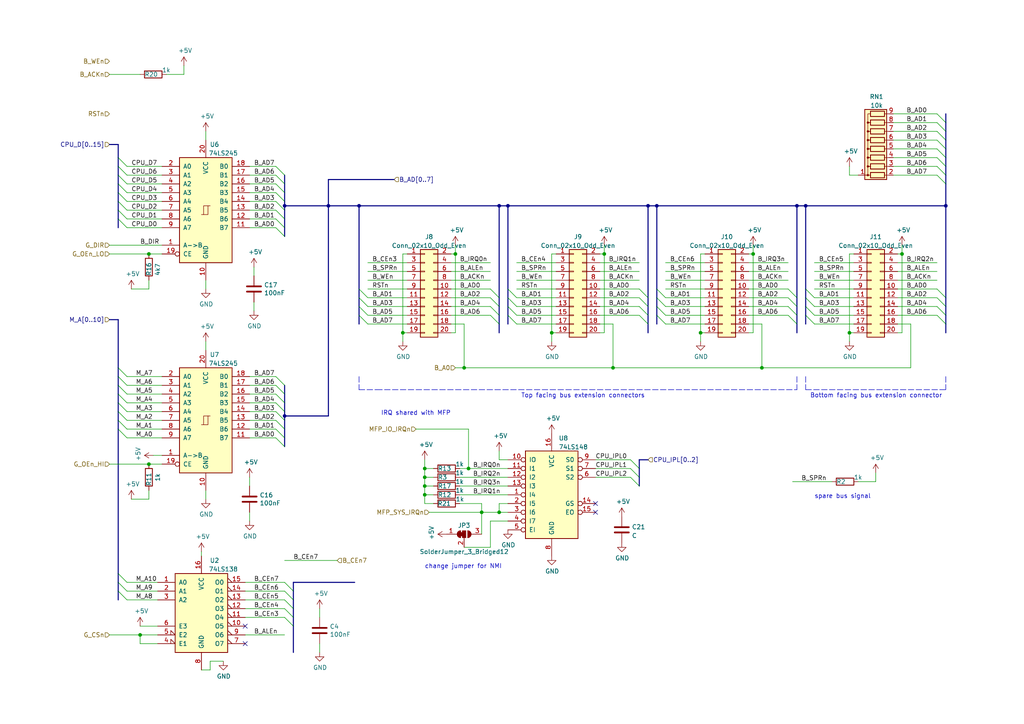
<source format=kicad_sch>
(kicad_sch (version 20211123) (generator eeschema)
  (paper "A4")
  (title_block (company "https://github.com/Lougous/b68k-cpu"))
  (lib_symbols
    (symbol "74xx:74LS138" (pin_names (offset 1.016))
      (property "Reference" "U" (at -7.62 11.43 0))
      (property "Value" "74LS138" (at -7.62 -13.97 0))
      (symbol "74LS138_1_0"
        (pin input line (at -12.7 7.62 0) (length 5.08) (name "A0") (number "1"))
        (pin output output_low (at 12.7 -5.08 180) (length 5.08) (name "O5") (number "10"))
        (pin output output_low (at 12.7 -2.54 180) (length 5.08) (name "O4") (number "11"))
        (pin output output_low (at 12.7 0 180) (length 5.08) (name "O3") (number "12"))
        (pin output output_low (at 12.7 2.54 180) (length 5.08) (name "O2") (number "13"))
        (pin output output_low (at 12.7 5.08 180) (length 5.08) (name "O1") (number "14"))
        (pin output output_low (at 12.7 7.62 180) (length 5.08) (name "O0") (number "15"))
        (pin power_in line (at 0 15.24 270) (length 5.08) (name "VCC") (number "16"))
        (pin input line (at -12.7 5.08 0) (length 5.08) (name "A1") (number "2"))
        (pin input line (at -12.7 2.54 0) (length 5.08) (name "A2") (number "3"))
        (pin input input_low (at -12.7 -10.16 0) (length 5.08) (name "E1") (number "4"))
        (pin input input_low (at -12.7 -7.62 0) (length 5.08) (name "E2") (number "5"))
        (pin input line (at -12.7 -5.08 0) (length 5.08) (name "E3") (number "6"))
        (pin output output_low (at 12.7 -10.16 180) (length 5.08) (name "O7") (number "7"))
        (pin power_in line (at 0 -17.78 90) (length 5.08) (name "GND") (number "8"))
        (pin output output_low (at 12.7 -7.62 180) (length 5.08) (name "O6") (number "9"))
      )
    )
    (symbol "74xx:74LS148" (pin_names (offset 1.016))
      (property "Reference" "U" (at -7.62 13.97 0))
      (property "Value" "74LS148" (at -7.62 -13.97 0))
      (symbol "74LS148_1_0"
        (pin input inverted (at -12.7 0 0) (length 5.08) (name "I4") (number "1"))
        (pin input inverted (at -12.7 10.16 0) (length 5.08) (name "IO") (number "10"))
        (pin input inverted (at -12.7 7.62 0) (length 5.08) (name "I1") (number "11"))
        (pin input inverted (at -12.7 5.08 0) (length 5.08) (name "I2") (number "12"))
        (pin input inverted (at -12.7 2.54 0) (length 5.08) (name "I3") (number "13"))
        (pin output inverted (at 12.7 -2.54 180) (length 5.08) (name "GS") (number "14"))
        (pin output inverted (at 12.7 -5.08 180) (length 5.08) (name "EO") (number "15"))
        (pin power_in line (at 0 17.78 270) (length 5.08) (name "VCC") (number "16"))
        (pin input inverted (at -12.7 -2.54 0) (length 5.08) (name "I5") (number "2"))
        (pin input inverted (at -12.7 -5.08 0) (length 5.08) (name "I6") (number "3"))
        (pin input inverted (at -12.7 -7.62 0) (length 5.08) (name "I7") (number "4"))
        (pin input inverted (at -12.7 -10.16 0) (length 5.08) (name "EI") (number "5"))
        (pin output inverted (at 12.7 5.08 180) (length 5.08) (name "S2") (number "6"))
        (pin output inverted (at 12.7 7.62 180) (length 5.08) (name "S1") (number "7"))
        (pin power_in line (at 0 -17.78 90) (length 5.08) (name "GND") (number "8"))
        (pin output inverted (at 12.7 10.16 180) (length 5.08) (name "S0") (number "9"))
      )
    )
    (symbol "74xx:74LS245" (pin_names (offset 1.016))
      (property "Reference" "U" (at -7.62 16.51 0))
      (property "Value" "74LS245" (at -7.62 -16.51 0))
      (symbol "74LS245_1_0"
        (pin input line (at -12.7 -10.16 0) (length 5.08) (name "A->B") (number "1"))
        (pin power_in line (at 0 -20.32 90) (length 5.08) (name "GND") (number "10"))
        (pin tri_state line (at 12.7 -5.08 180) (length 5.08) (name "B7") (number "11"))
        (pin tri_state line (at 12.7 -2.54 180) (length 5.08) (name "B6") (number "12"))
        (pin tri_state line (at 12.7 0 180) (length 5.08) (name "B5") (number "13"))
        (pin tri_state line (at 12.7 2.54 180) (length 5.08) (name "B4") (number "14"))
        (pin tri_state line (at 12.7 5.08 180) (length 5.08) (name "B3") (number "15"))
        (pin tri_state line (at 12.7 7.62 180) (length 5.08) (name "B2") (number "16"))
        (pin tri_state line (at 12.7 10.16 180) (length 5.08) (name "B1") (number "17"))
        (pin tri_state line (at 12.7 12.7 180) (length 5.08) (name "B0") (number "18"))
        (pin input inverted (at -12.7 -12.7 0) (length 5.08) (name "CE") (number "19"))
        (pin tri_state line (at -12.7 12.7 0) (length 5.08) (name "A0") (number "2"))
        (pin power_in line (at 0 20.32 270) (length 5.08) (name "VCC") (number "20"))
        (pin tri_state line (at -12.7 10.16 0) (length 5.08) (name "A1") (number "3"))
        (pin tri_state line (at -12.7 7.62 0) (length 5.08) (name "A2") (number "4"))
        (pin tri_state line (at -12.7 5.08 0) (length 5.08) (name "A3") (number "5"))
        (pin tri_state line (at -12.7 2.54 0) (length 5.08) (name "A4") (number "6"))
        (pin tri_state line (at -12.7 0 0) (length 5.08) (name "A5") (number "7"))
        (pin tri_state line (at -12.7 -2.54 0) (length 5.08) (name "A6") (number "8"))
        (pin tri_state line (at -12.7 -5.08 0) (length 5.08) (name "A7") (number "9"))
      )
    )
    (symbol "Connector_Generic:Conn_02x10_Odd_Even" (pin_names (offset 1.016) hide)
      (property "Reference" "J" (at 1.27 12.7 0))
      (property "Value" "Conn_02x10_Odd_Even" (at 1.27 -15.24 0))
      (symbol "Conn_02x10_Odd_Even_1_1"
        (pin passive line (at -5.08 10.16 0) (length 3.81) (name "Pin_1") (number "1"))
        (pin passive line (at 7.62 0 180) (length 3.81) (name "Pin_10") (number "10"))
        (pin passive line (at -5.08 -2.54 0) (length 3.81) (name "Pin_11") (number "11"))
        (pin passive line (at 7.62 -2.54 180) (length 3.81) (name "Pin_12") (number "12"))
        (pin passive line (at -5.08 -5.08 0) (length 3.81) (name "Pin_13") (number "13"))
        (pin passive line (at 7.62 -5.08 180) (length 3.81) (name "Pin_14") (number "14"))
        (pin passive line (at -5.08 -7.62 0) (length 3.81) (name "Pin_15") (number "15"))
        (pin passive line (at 7.62 -7.62 180) (length 3.81) (name "Pin_16") (number "16"))
        (pin passive line (at -5.08 -10.16 0) (length 3.81) (name "Pin_17") (number "17"))
        (pin passive line (at 7.62 -10.16 180) (length 3.81) (name "Pin_18") (number "18"))
        (pin passive line (at -5.08 -12.7 0) (length 3.81) (name "Pin_19") (number "19"))
        (pin passive line (at 7.62 10.16 180) (length 3.81) (name "Pin_2") (number "2"))
        (pin passive line (at 7.62 -12.7 180) (length 3.81) (name "Pin_20") (number "20"))
        (pin passive line (at -5.08 7.62 0) (length 3.81) (name "Pin_3") (number "3"))
        (pin passive line (at 7.62 7.62 180) (length 3.81) (name "Pin_4") (number "4"))
        (pin passive line (at -5.08 5.08 0) (length 3.81) (name "Pin_5") (number "5"))
        (pin passive line (at 7.62 5.08 180) (length 3.81) (name "Pin_6") (number "6"))
        (pin passive line (at -5.08 2.54 0) (length 3.81) (name "Pin_7") (number "7"))
        (pin passive line (at 7.62 2.54 180) (length 3.81) (name "Pin_8") (number "8"))
        (pin passive line (at -5.08 0 0) (length 3.81) (name "Pin_9") (number "9"))
      )
    )
    (symbol "Device:C" (pin_numbers hide) (pin_names (offset 0.254))
      (property "Reference" "C" (at 0.635 2.54 0))
      (property "Value" "C" (at 0.635 -2.54 0))
      (symbol "C_1_1"
        (pin passive line (at 0 3.81 270) (length 2.794) (name "~") (number "1"))
        (pin passive line (at 0 -3.81 90) (length 2.794) (name "~") (number "2"))
      )
    )
    (symbol "Device:R" (pin_numbers hide) (pin_names (offset 0))
      (property "Reference" "R" (at 2.032 0 90))
      (property "Value" "R" (at 0 0 90))
      (symbol "R_1_1"
        (pin passive line (at 0 3.81 270) (length 1.27) (name "~") (number "1"))
        (pin passive line (at 0 -3.81 90) (length 1.27) (name "~") (number "2"))
      )
    )
    (symbol "Device:R_Network08" (pin_names (offset 0) hide)
      (property "Reference" "RN" (at -12.7 0 90))
      (property "Value" "R_Network08" (at 10.16 0 90))
      (symbol "R_Network08_1_1"
        (pin passive line (at -10.16 5.08 270) (length 2.54) (name "common") (number "1"))
        (pin passive line (at -10.16 -5.08 90) (length 1.27) (name "R1") (number "2"))
        (pin passive line (at -7.62 -5.08 90) (length 1.27) (name "R2") (number "3"))
        (pin passive line (at -5.08 -5.08 90) (length 1.27) (name "R3") (number "4"))
        (pin passive line (at -2.54 -5.08 90) (length 1.27) (name "R4") (number "5"))
        (pin passive line (at 0 -5.08 90) (length 1.27) (name "R5") (number "6"))
        (pin passive line (at 2.54 -5.08 90) (length 1.27) (name "R6") (number "7"))
        (pin passive line (at 5.08 -5.08 90) (length 1.27) (name "R7") (number "8"))
        (pin passive line (at 7.62 -5.08 90) (length 1.27) (name "R8") (number "9"))
      )
    )
    (symbol "Jumper:SolderJumper_3_Bridged12" (pin_names (offset 0) hide)
      (property "Reference" "JP" (at -2.54 -2.54 0))
      (property "Value" "SolderJumper_3_Bridged12" (at 0 2.794 0))
      (symbol "SolderJumper_3_Bridged12_1_1"
        (pin passive line (at -5.08 0 0) (length 2.54) (name "A") (number "1"))
        (pin passive line (at 0 -3.81 90) (length 2.54) (name "C") (number "2"))
        (pin passive line (at 5.08 0 180) (length 2.54) (name "B") (number "3"))
      )
    )
    (symbol "power:+5V" (power) (pin_names (offset 0))
      (property "Value" "+5V" (at 0 3.556 0))
      (symbol "+5V_1_1"
        (pin power_in line (at 0 0 90) (length 0) hide (name "+5V") (number "1"))
      )
    )
    (symbol "power:GND" (power) (pin_names (offset 0))
      (property "Value" "GND" (at 0 -3.81 0))
      (symbol "GND_1_1"
        (pin power_in line (at 0 0 270) (length 0) hide (name "GND") (number "1"))
      )
    )
  )
  (junction (at 123.19 140.97))
  (junction (at 82.55 59.69))
  (junction (at 160.02 96.52))
  (junction (at 135.89 135.89))
  (junction (at 132.08 73.66))
  (junction (at 177.8 106.68))
  (junction (at 220.98 106.68))
  (junction (at 123.19 135.89))
  (junction (at 123.19 143.51))
  (junction (at 187.96 59.69))
  (junction (at 218.44 73.66))
  (junction (at 246.38 96.52))
  (junction (at 175.26 73.66))
  (junction (at 43.18 73.66))
  (junction (at 233.68 59.69))
  (junction (at 147.32 59.69))
  (junction (at 134.62 106.68))
  (junction (at 40.64 184.15))
  (junction (at 231.14 59.69))
  (junction (at 116.84 96.52))
  (junction (at 261.62 73.66))
  (junction (at 144.78 148.59))
  (junction (at 43.18 134.62))
  (junction (at 144.78 59.69))
  (junction (at 203.2 96.52))
  (junction (at 104.14 59.69))
  (junction (at 82.55 120.65))
  (junction (at 190.5 59.69))
  (junction (at 95.25 59.69))
  (junction (at 123.19 138.43))
  (junction (at 139.7 148.59))
  (junction (at 274.32 59.69))
  (no_connect (at 71.12 181.61))
  (no_connect (at 71.12 186.69))
  (no_connect (at 172.72 148.59))
  (no_connect (at 172.72 146.05))
  (bus_entry (at 34.29 168.91) (size 2.54 2.54))
  (bus_entry (at 228.6 88.9) (size 2.54 2.54))
  (bus_entry (at 233.68 88.9) (size 2.54 2.54))
  (bus_entry (at 185.42 91.44) (size 2.54 2.54))
  (bus_entry (at 34.29 119.38) (size 2.54 2.54))
  (bus_entry (at 271.78 50.8) (size 2.54 2.54))
  (bus_entry (at 233.68 91.44) (size 2.54 2.54))
  (bus_entry (at 80.01 50.8) (size 2.54 2.54))
  (bus_entry (at 80.01 55.88) (size 2.54 2.54))
  (bus_entry (at 34.29 60.96) (size 2.54 2.54))
  (bus_entry (at 80.01 119.38) (size 2.54 2.54))
  (bus_entry (at 190.5 88.9) (size 2.54 2.54))
  (bus_entry (at 34.29 111.76) (size 2.54 2.54))
  (bus_entry (at 34.29 124.46) (size 2.54 2.54))
  (bus_entry (at 34.29 121.92) (size 2.54 2.54))
  (bus_entry (at 147.32 91.44) (size 2.54 2.54))
  (bus_entry (at 82.55 171.45) (size 2.54 2.54))
  (bus_entry (at 271.78 48.26) (size 2.54 2.54))
  (bus_entry (at 182.88 135.89) (size 2.54 2.54))
  (bus_entry (at 271.78 88.9) (size 2.54 2.54))
  (bus_entry (at 34.29 53.34) (size 2.54 2.54))
  (bus_entry (at 80.01 53.34) (size 2.54 2.54))
  (bus_entry (at 34.29 171.45) (size 2.54 2.54))
  (bus_entry (at 82.55 168.91) (size 2.54 2.54))
  (bus_entry (at 34.29 116.84) (size 2.54 2.54))
  (bus_entry (at 82.55 173.99) (size 2.54 2.54))
  (bus_entry (at 271.78 40.64) (size 2.54 2.54))
  (bus_entry (at 80.01 114.3) (size 2.54 2.54))
  (bus_entry (at 80.01 116.84) (size 2.54 2.54))
  (bus_entry (at 185.42 83.82) (size 2.54 2.54))
  (bus_entry (at 142.24 83.82) (size 2.54 2.54))
  (bus_entry (at 190.5 91.44) (size 2.54 2.54))
  (bus_entry (at 233.68 86.36) (size 2.54 2.54))
  (bus_entry (at 104.14 86.36) (size 2.54 2.54))
  (bus_entry (at 80.01 63.5) (size 2.54 2.54))
  (bus_entry (at 147.32 86.36) (size 2.54 2.54))
  (bus_entry (at 34.29 50.8) (size 2.54 2.54))
  (bus_entry (at 34.29 55.88) (size 2.54 2.54))
  (bus_entry (at 142.24 86.36) (size 2.54 2.54))
  (bus_entry (at 34.29 45.72) (size 2.54 2.54))
  (bus_entry (at 80.01 60.96) (size 2.54 2.54))
  (bus_entry (at 104.14 91.44) (size 2.54 2.54))
  (bus_entry (at 190.5 83.82) (size 2.54 2.54))
  (bus_entry (at 271.78 86.36) (size 2.54 2.54))
  (bus_entry (at 80.01 109.22) (size 2.54 2.54))
  (bus_entry (at 271.78 91.44) (size 2.54 2.54))
  (bus_entry (at 34.29 166.37) (size 2.54 2.54))
  (bus_entry (at 185.42 88.9) (size 2.54 2.54))
  (bus_entry (at 271.78 35.56) (size 2.54 2.54))
  (bus_entry (at 233.68 83.82) (size 2.54 2.54))
  (bus_entry (at 182.88 138.43) (size 2.54 2.54))
  (bus_entry (at 182.88 133.35) (size 2.54 2.54))
  (bus_entry (at 80.01 58.42) (size 2.54 2.54))
  (bus_entry (at 147.32 83.82) (size 2.54 2.54))
  (bus_entry (at 190.5 86.36) (size 2.54 2.54))
  (bus_entry (at 228.6 91.44) (size 2.54 2.54))
  (bus_entry (at 80.01 66.04) (size 2.54 2.54))
  (bus_entry (at 228.6 83.82) (size 2.54 2.54))
  (bus_entry (at 80.01 127) (size 2.54 2.54))
  (bus_entry (at 147.32 88.9) (size 2.54 2.54))
  (bus_entry (at 34.29 106.68) (size 2.54 2.54))
  (bus_entry (at 34.29 63.5) (size 2.54 2.54))
  (bus_entry (at 80.01 48.26) (size 2.54 2.54))
  (bus_entry (at 34.29 58.42) (size 2.54 2.54))
  (bus_entry (at 142.24 88.9) (size 2.54 2.54))
  (bus_entry (at 104.14 88.9) (size 2.54 2.54))
  (bus_entry (at 271.78 33.02) (size 2.54 2.54))
  (bus_entry (at 82.55 179.07) (size 2.54 2.54))
  (bus_entry (at 271.78 38.1) (size 2.54 2.54))
  (bus_entry (at 34.29 48.26) (size 2.54 2.54))
  (bus_entry (at 271.78 43.18) (size 2.54 2.54))
  (bus_entry (at 271.78 83.82) (size 2.54 2.54))
  (bus_entry (at 271.78 45.72) (size 2.54 2.54))
  (bus_entry (at 228.6 86.36) (size 2.54 2.54))
  (bus_entry (at 80.01 124.46) (size 2.54 2.54))
  (bus_entry (at 185.42 86.36) (size 2.54 2.54))
  (bus_entry (at 142.24 91.44) (size 2.54 2.54))
  (bus_entry (at 104.14 83.82) (size 2.54 2.54))
  (bus_entry (at 34.29 109.22) (size 2.54 2.54))
  (bus_entry (at 80.01 111.76) (size 2.54 2.54))
  (bus_entry (at 82.55 176.53) (size 2.54 2.54))
  (bus_entry (at 80.01 121.92) (size 2.54 2.54))
  (bus_entry (at 34.29 114.3) (size 2.54 2.54))
  (wire (pts (xy 31.75 71.12) (xy 46.99 71.12)))
  (wire (pts (xy 116.84 73.66) (xy 116.84 96.52)))
  (wire (pts (xy 43.18 144.78) (xy 43.18 142.24)))
  (bus (pts (xy 82.55 111.76) (xy 82.55 114.3)))
  (bus (pts (xy 82.55 59.69) (xy 82.55 60.96)))
  (wire (pts (xy 106.68 81.28) (xy 118.11 81.28)))
  (polyline (pts (xy 231.14 109.22) (xy 231.14 113.03)))
  (wire (pts (xy 135.89 135.89) (xy 147.32 135.89)))
  (wire (pts (xy 149.86 78.74) (xy 161.29 78.74)))
  (bus (pts (xy 147.32 86.36) (xy 147.32 88.9)))
  (wire (pts (xy 217.17 76.2) (xy 228.6 76.2)))
  (wire (pts (xy 36.83 124.46) (xy 46.99 124.46)))
  (bus (pts (xy 104.14 91.44) (xy 104.14 93.98)))
  (wire (pts (xy 254 139.7) (xy 254 137.16)))
  (wire (pts (xy 261.62 73.66) (xy 261.62 71.12)))
  (wire (pts (xy 123.19 135.89) (xy 123.19 138.43)))
  (wire (pts (xy 228.6 88.9) (xy 217.17 88.9)))
  (bus (pts (xy 82.55 58.42) (xy 82.55 59.69)))
  (bus (pts (xy 190.5 86.36) (xy 190.5 88.9)))
  (wire (pts (xy 36.83 111.76) (xy 46.99 111.76)))
  (bus (pts (xy 34.29 92.71) (xy 31.75 92.71)))
  (wire (pts (xy 185.42 88.9) (xy 173.99 88.9)))
  (wire (pts (xy 217.17 96.52) (xy 218.44 96.52)))
  (bus (pts (xy 34.29 41.91) (xy 31.75 41.91)))
  (wire (pts (xy 135.89 135.89) (xy 135.89 124.46)))
  (wire (pts (xy 36.83 66.04) (xy 46.99 66.04)))
  (bus (pts (xy 34.29 109.22) (xy 34.29 111.76)))
  (bus (pts (xy 82.55 114.3) (xy 82.55 116.84)))
  (wire (pts (xy 48.26 21.59) (xy 53.34 21.59)))
  (wire (pts (xy 72.39 148.59) (xy 72.39 151.13)))
  (wire (pts (xy 106.68 88.9) (xy 118.11 88.9)))
  (wire (pts (xy 133.35 143.51) (xy 147.32 143.51)))
  (wire (pts (xy 259.08 38.1) (xy 271.78 38.1)))
  (wire (pts (xy 123.19 138.43) (xy 125.73 138.43)))
  (wire (pts (xy 59.69 40.64) (xy 59.69 38.1)))
  (bus (pts (xy 95.25 59.69) (xy 95.25 120.65)))
  (wire (pts (xy 271.78 91.44) (xy 260.35 91.44)))
  (wire (pts (xy 123.19 133.35) (xy 123.19 135.89)))
  (wire (pts (xy 193.04 86.36) (xy 204.47 86.36)))
  (bus (pts (xy 187.96 86.36) (xy 187.96 88.9)))
  (bus (pts (xy 34.29 116.84) (xy 34.29 119.38)))
  (wire (pts (xy 246.38 48.26) (xy 246.38 50.8)))
  (wire (pts (xy 246.38 73.66) (xy 246.38 96.52)))
  (bus (pts (xy 185.42 135.89) (xy 185.42 138.43)))
  (bus (pts (xy 231.14 59.69) (xy 233.68 59.69)))
  (bus (pts (xy 144.78 59.69) (xy 144.78 86.36)))
  (wire (pts (xy 36.83 63.5) (xy 46.99 63.5)))
  (wire (pts (xy 130.81 96.52) (xy 132.08 96.52)))
  (wire (pts (xy 203.2 73.66) (xy 204.47 73.66)))
  (bus (pts (xy 104.14 59.69) (xy 104.14 83.82)))
  (wire (pts (xy 72.39 50.8) (xy 80.01 50.8)))
  (wire (pts (xy 38.1 83.82) (xy 43.18 83.82)))
  (wire (pts (xy 236.22 83.82) (xy 247.65 83.82)))
  (wire (pts (xy 172.72 135.89) (xy 182.88 135.89)))
  (bus (pts (xy 233.68 88.9) (xy 233.68 91.44)))
  (bus (pts (xy 274.32 91.44) (xy 274.32 93.98)))
  (wire (pts (xy 185.42 91.44) (xy 173.99 91.44)))
  (wire (pts (xy 261.62 73.66) (xy 260.35 73.66)))
  (wire (pts (xy 217.17 93.98) (xy 220.98 93.98)))
  (bus (pts (xy 34.29 124.46) (xy 34.29 166.37)))
  (wire (pts (xy 43.18 73.66) (xy 46.99 73.66)))
  (bus (pts (xy 233.68 83.82) (xy 233.68 86.36)))
  (wire (pts (xy 193.04 93.98) (xy 204.47 93.98)))
  (wire (pts (xy 139.7 148.59) (xy 139.7 146.05)))
  (wire (pts (xy 132.08 73.66) (xy 132.08 96.52)))
  (bus (pts (xy 274.32 48.26) (xy 274.32 50.8)))
  (bus (pts (xy 187.96 59.69) (xy 187.96 86.36)))
  (wire (pts (xy 82.55 173.99) (xy 71.12 173.99)))
  (bus (pts (xy 233.68 59.69) (xy 233.68 83.82)))
  (bus (pts (xy 82.55 66.04) (xy 82.55 68.58)))
  (bus (pts (xy 274.32 86.36) (xy 274.32 88.9)))
  (wire (pts (xy 149.86 76.2) (xy 161.29 76.2)))
  (bus (pts (xy 274.32 59.69) (xy 274.32 86.36)))
  (wire (pts (xy 144.78 146.05) (xy 147.32 146.05)))
  (wire (pts (xy 82.55 168.91) (xy 71.12 168.91)))
  (bus (pts (xy 231.14 88.9) (xy 231.14 91.44)))
  (wire (pts (xy 124.46 148.59) (xy 139.7 148.59)))
  (wire (pts (xy 59.69 83.82) (xy 59.69 81.28)))
  (bus (pts (xy 34.29 171.45) (xy 34.29 173.99)))
  (wire (pts (xy 149.86 88.9) (xy 161.29 88.9)))
  (wire (pts (xy 218.44 73.66) (xy 218.44 71.12)))
  (bus (pts (xy 231.14 59.69) (xy 231.14 86.36)))
  (bus (pts (xy 34.29 41.91) (xy 34.29 45.72)))
  (wire (pts (xy 177.8 106.68) (xy 177.8 93.98)))
  (wire (pts (xy 60.96 191.77) (xy 64.77 191.77)))
  (wire (pts (xy 72.39 48.26) (xy 80.01 48.26)))
  (wire (pts (xy 92.71 179.07) (xy 92.71 176.53)))
  (wire (pts (xy 271.78 78.74) (xy 260.35 78.74)))
  (bus (pts (xy 82.55 116.84) (xy 82.55 119.38)))
  (wire (pts (xy 144.78 148.59) (xy 147.32 148.59)))
  (bus (pts (xy 233.68 91.44) (xy 233.68 93.98)))
  (bus (pts (xy 34.29 60.96) (xy 34.29 63.5)))
  (wire (pts (xy 218.44 96.52) (xy 218.44 73.66)))
  (wire (pts (xy 193.04 91.44) (xy 204.47 91.44)))
  (wire (pts (xy 36.83 173.99) (xy 45.72 173.99)))
  (wire (pts (xy 72.39 58.42) (xy 80.01 58.42)))
  (wire (pts (xy 142.24 151.13) (xy 142.24 158.75)))
  (wire (pts (xy 36.83 127) (xy 46.99 127)))
  (wire (pts (xy 130.81 81.28) (xy 142.24 81.28)))
  (wire (pts (xy 31.75 184.15) (xy 40.64 184.15)))
  (wire (pts (xy 185.42 86.36) (xy 173.99 86.36)))
  (wire (pts (xy 160.02 96.52) (xy 160.02 99.06)))
  (wire (pts (xy 36.83 116.84) (xy 46.99 116.84)))
  (bus (pts (xy 104.14 88.9) (xy 104.14 91.44)))
  (bus (pts (xy 144.78 88.9) (xy 144.78 91.44)))
  (wire (pts (xy 236.22 91.44) (xy 247.65 91.44)))
  (wire (pts (xy 135.89 124.46) (xy 120.65 124.46)))
  (bus (pts (xy 85.09 168.91) (xy 85.09 171.45)))
  (bus (pts (xy 95.25 52.07) (xy 95.25 59.69)))
  (wire (pts (xy 72.39 63.5) (xy 80.01 63.5)))
  (polyline (pts (xy 104.14 113.03) (xy 109.22 113.03)))
  (wire (pts (xy 177.8 93.98) (xy 173.99 93.98)))
  (polyline (pts (xy 233.68 109.22) (xy 233.68 113.03)))
  (wire (pts (xy 130.81 93.98) (xy 134.62 93.98)))
  (wire (pts (xy 106.68 78.74) (xy 118.11 78.74)))
  (wire (pts (xy 248.92 139.7) (xy 254 139.7)))
  (wire (pts (xy 217.17 83.82) (xy 228.6 83.82)))
  (wire (pts (xy 72.39 119.38) (xy 80.01 119.38)))
  (wire (pts (xy 59.69 101.6) (xy 59.69 99.06)))
  (bus (pts (xy 95.25 59.69) (xy 104.14 59.69)))
  (wire (pts (xy 236.22 93.98) (xy 247.65 93.98)))
  (bus (pts (xy 85.09 181.61) (xy 85.09 189.23)))
  (wire (pts (xy 149.86 86.36) (xy 161.29 86.36)))
  (bus (pts (xy 274.32 35.56) (xy 274.32 38.1)))
  (bus (pts (xy 85.09 168.91) (xy 102.87 168.91)))
  (bus (pts (xy 147.32 59.69) (xy 147.32 83.82)))
  (wire (pts (xy 271.78 88.9) (xy 260.35 88.9)))
  (bus (pts (xy 274.32 43.18) (xy 274.32 45.72)))
  (bus (pts (xy 190.5 88.9) (xy 190.5 91.44)))
  (polyline (pts (xy 274.32 109.22) (xy 274.32 113.03)))
  (wire (pts (xy 36.83 121.92) (xy 46.99 121.92)))
  (wire (pts (xy 220.98 106.68) (xy 177.8 106.68)))
  (bus (pts (xy 274.32 53.34) (xy 274.32 59.69)))
  (wire (pts (xy 236.22 76.2) (xy 247.65 76.2)))
  (wire (pts (xy 123.19 140.97) (xy 123.19 143.51)))
  (bus (pts (xy 190.5 59.69) (xy 231.14 59.69)))
  (wire (pts (xy 132.08 73.66) (xy 132.08 71.12)))
  (wire (pts (xy 71.12 179.07) (xy 82.55 179.07)))
  (wire (pts (xy 125.73 146.05) (xy 123.19 146.05)))
  (wire (pts (xy 36.83 114.3) (xy 46.99 114.3)))
  (wire (pts (xy 58.42 160.02) (xy 58.42 161.29)))
  (wire (pts (xy 271.78 86.36) (xy 260.35 86.36)))
  (wire (pts (xy 36.83 58.42) (xy 46.99 58.42)))
  (wire (pts (xy 73.66 87.63) (xy 73.66 90.17)))
  (wire (pts (xy 72.39 111.76) (xy 80.01 111.76)))
  (wire (pts (xy 40.64 184.15) (xy 45.72 184.15)))
  (wire (pts (xy 193.04 88.9) (xy 204.47 88.9)))
  (bus (pts (xy 274.32 38.1) (xy 274.32 40.64)))
  (wire (pts (xy 58.42 194.31) (xy 60.96 194.31)))
  (wire (pts (xy 203.2 73.66) (xy 203.2 96.52)))
  (bus (pts (xy 274.32 40.64) (xy 274.32 43.18)))
  (wire (pts (xy 36.83 60.96) (xy 46.99 60.96)))
  (wire (pts (xy 130.81 88.9) (xy 142.24 88.9)))
  (bus (pts (xy 82.55 120.65) (xy 82.55 121.92)))
  (wire (pts (xy 149.86 81.28) (xy 161.29 81.28)))
  (wire (pts (xy 228.6 81.28) (xy 217.17 81.28)))
  (wire (pts (xy 123.19 143.51) (xy 123.19 146.05)))
  (wire (pts (xy 246.38 73.66) (xy 247.65 73.66)))
  (wire (pts (xy 43.18 83.82) (xy 43.18 81.28)))
  (wire (pts (xy 149.86 83.82) (xy 161.29 83.82)))
  (bus (pts (xy 274.32 93.98) (xy 274.32 96.52)))
  (bus (pts (xy 187.96 133.35) (xy 185.42 133.35)))
  (wire (pts (xy 36.83 171.45) (xy 45.72 171.45)))
  (polyline (pts (xy 109.22 113.03) (xy 231.14 113.03)))
  (wire (pts (xy 229.87 139.7) (xy 241.3 139.7)))
  (wire (pts (xy 173.99 76.2) (xy 185.42 76.2)))
  (wire (pts (xy 82.55 171.45) (xy 71.12 171.45)))
  (wire (pts (xy 220.98 106.68) (xy 264.16 106.68)))
  (wire (pts (xy 130.81 86.36) (xy 142.24 86.36)))
  (wire (pts (xy 36.83 168.91) (xy 45.72 168.91)))
  (wire (pts (xy 43.18 134.62) (xy 46.99 134.62)))
  (wire (pts (xy 264.16 106.68) (xy 264.16 93.98)))
  (wire (pts (xy 72.39 121.92) (xy 80.01 121.92)))
  (bus (pts (xy 190.5 91.44) (xy 190.5 93.98)))
  (wire (pts (xy 259.08 50.8) (xy 271.78 50.8)))
  (bus (pts (xy 34.29 63.5) (xy 34.29 66.04)))
  (wire (pts (xy 31.75 21.59) (xy 40.64 21.59)))
  (bus (pts (xy 82.55 55.88) (xy 82.55 58.42)))
  (wire (pts (xy 160.02 96.52) (xy 161.29 96.52)))
  (bus (pts (xy 34.29 111.76) (xy 34.29 114.3)))
  (wire (pts (xy 259.08 45.72) (xy 271.78 45.72)))
  (wire (pts (xy 72.39 127) (xy 80.01 127)))
  (bus (pts (xy 34.29 55.88) (xy 34.29 58.42)))
  (wire (pts (xy 246.38 96.52) (xy 246.38 99.06)))
  (wire (pts (xy 106.68 83.82) (xy 118.11 83.82)))
  (wire (pts (xy 160.02 73.66) (xy 161.29 73.66)))
  (wire (pts (xy 38.1 144.78) (xy 43.18 144.78)))
  (bus (pts (xy 34.29 114.3) (xy 34.29 116.84)))
  (bus (pts (xy 190.5 83.82) (xy 190.5 86.36)))
  (bus (pts (xy 34.29 121.92) (xy 34.29 124.46)))
  (wire (pts (xy 134.62 93.98) (xy 134.62 106.68)))
  (bus (pts (xy 82.55 120.65) (xy 95.25 120.65)))
  (wire (pts (xy 260.35 83.82) (xy 271.78 83.82)))
  (wire (pts (xy 149.86 93.98) (xy 161.29 93.98)))
  (wire (pts (xy 260.35 81.28) (xy 271.78 81.28)))
  (wire (pts (xy 228.6 78.74) (xy 217.17 78.74)))
  (wire (pts (xy 123.19 135.89) (xy 125.73 135.89)))
  (wire (pts (xy 106.68 86.36) (xy 118.11 86.36)))
  (wire (pts (xy 72.39 53.34) (xy 80.01 53.34)))
  (bus (pts (xy 82.55 121.92) (xy 82.55 124.46)))
  (wire (pts (xy 36.83 55.88) (xy 46.99 55.88)))
  (wire (pts (xy 106.68 91.44) (xy 118.11 91.44)))
  (wire (pts (xy 40.64 186.69) (xy 45.72 186.69)))
  (bus (pts (xy 233.68 59.69) (xy 274.32 59.69)))
  (wire (pts (xy 259.08 48.26) (xy 271.78 48.26)))
  (wire (pts (xy 92.71 186.69) (xy 92.71 189.23)))
  (wire (pts (xy 53.34 21.59) (xy 53.34 19.05)))
  (wire (pts (xy 133.35 135.89) (xy 135.89 135.89)))
  (wire (pts (xy 130.81 78.74) (xy 142.24 78.74)))
  (bus (pts (xy 82.55 127) (xy 82.55 129.54)))
  (wire (pts (xy 175.26 96.52) (xy 175.26 73.66)))
  (wire (pts (xy 228.6 86.36) (xy 217.17 86.36)))
  (wire (pts (xy 139.7 146.05) (xy 133.35 146.05)))
  (wire (pts (xy 236.22 88.9) (xy 247.65 88.9)))
  (bus (pts (xy 82.55 59.69) (xy 95.25 59.69)))
  (wire (pts (xy 144.78 148.59) (xy 144.78 146.05)))
  (wire (pts (xy 260.35 96.52) (xy 261.62 96.52)))
  (wire (pts (xy 259.08 40.64) (xy 271.78 40.64)))
  (wire (pts (xy 106.68 93.98) (xy 118.11 93.98)))
  (wire (pts (xy 130.81 83.82) (xy 142.24 83.82)))
  (bus (pts (xy 34.29 53.34) (xy 34.29 55.88)))
  (wire (pts (xy 72.39 138.43) (xy 72.39 140.97)))
  (bus (pts (xy 85.09 171.45) (xy 85.09 173.99)))
  (wire (pts (xy 116.84 73.66) (xy 118.11 73.66)))
  (wire (pts (xy 236.22 86.36) (xy 247.65 86.36)))
  (bus (pts (xy 187.96 93.98) (xy 187.96 96.52)))
  (bus (pts (xy 185.42 138.43) (xy 185.42 140.97)))
  (bus (pts (xy 85.09 173.99) (xy 85.09 176.53)))
  (bus (pts (xy 34.29 119.38) (xy 34.29 121.92)))
  (wire (pts (xy 147.32 151.13) (xy 142.24 151.13)))
  (wire (pts (xy 71.12 184.15) (xy 82.55 184.15)))
  (polyline (pts (xy 233.68 113.03) (xy 274.32 113.03)))
  (wire (pts (xy 172.72 133.35) (xy 182.88 133.35)))
  (bus (pts (xy 34.29 168.91) (xy 34.29 171.45)))
  (wire (pts (xy 130.81 91.44) (xy 142.24 91.44)))
  (wire (pts (xy 173.99 96.52) (xy 175.26 96.52)))
  (bus (pts (xy 34.29 166.37) (xy 34.29 168.91)))
  (wire (pts (xy 133.35 138.43) (xy 147.32 138.43)))
  (bus (pts (xy 82.55 124.46) (xy 82.55 127)))
  (wire (pts (xy 82.55 162.56) (xy 97.79 162.56)))
  (wire (pts (xy 59.69 144.78) (xy 59.69 142.24)))
  (wire (pts (xy 271.78 76.2) (xy 260.35 76.2)))
  (wire (pts (xy 116.84 96.52) (xy 118.11 96.52)))
  (bus (pts (xy 82.55 60.96) (xy 82.55 63.5)))
  (wire (pts (xy 259.08 35.56) (xy 271.78 35.56)))
  (wire (pts (xy 193.04 81.28) (xy 204.47 81.28)))
  (wire (pts (xy 72.39 114.3) (xy 80.01 114.3)))
  (wire (pts (xy 36.83 50.8) (xy 46.99 50.8)))
  (wire (pts (xy 185.42 78.74) (xy 173.99 78.74)))
  (wire (pts (xy 149.86 91.44) (xy 161.29 91.44)))
  (wire (pts (xy 142.24 158.75) (xy 134.62 158.75)))
  (wire (pts (xy 246.38 50.8) (xy 248.92 50.8)))
  (bus (pts (xy 34.29 50.8) (xy 34.29 53.34)))
  (wire (pts (xy 173.99 83.82) (xy 185.42 83.82)))
  (bus (pts (xy 104.14 59.69) (xy 144.78 59.69)))
  (bus (pts (xy 82.55 63.5) (xy 82.55 66.04)))
  (bus (pts (xy 34.29 106.68) (xy 34.29 109.22)))
  (bus (pts (xy 144.78 93.98) (xy 144.78 96.52)))
  (wire (pts (xy 228.6 91.44) (xy 217.17 91.44)))
  (bus (pts (xy 34.29 45.72) (xy 34.29 48.26)))
  (wire (pts (xy 144.78 133.35) (xy 147.32 133.35)))
  (wire (pts (xy 72.39 55.88) (xy 80.01 55.88)))
  (bus (pts (xy 187.96 91.44) (xy 187.96 93.98)))
  (wire (pts (xy 132.08 106.68) (xy 134.62 106.68)))
  (bus (pts (xy 104.14 86.36) (xy 104.14 88.9)))
  (wire (pts (xy 133.35 140.97) (xy 147.32 140.97)))
  (wire (pts (xy 36.83 53.34) (xy 46.99 53.34)))
  (wire (pts (xy 123.19 143.51) (xy 125.73 143.51)))
  (wire (pts (xy 144.78 130.81) (xy 144.78 133.35)))
  (wire (pts (xy 36.83 119.38) (xy 46.99 119.38)))
  (wire (pts (xy 72.39 116.84) (xy 80.01 116.84)))
  (wire (pts (xy 172.72 138.43) (xy 182.88 138.43)))
  (bus (pts (xy 190.5 59.69) (xy 190.5 83.82)))
  (wire (pts (xy 60.96 194.31) (xy 60.96 191.77)))
  (wire (pts (xy 106.68 76.2) (xy 118.11 76.2)))
  (wire (pts (xy 36.83 109.22) (xy 46.99 109.22)))
  (wire (pts (xy 259.08 33.02) (xy 271.78 33.02)))
  (bus (pts (xy 144.78 59.69) (xy 147.32 59.69)))
  (bus (pts (xy 114.3 52.07) (xy 95.25 52.07)))
  (bus (pts (xy 147.32 91.44) (xy 147.32 93.98)))
  (wire (pts (xy 31.75 73.66) (xy 43.18 73.66)))
  (wire (pts (xy 218.44 73.66) (xy 217.17 73.66)))
  (wire (pts (xy 193.04 83.82) (xy 204.47 83.82)))
  (wire (pts (xy 72.39 60.96) (xy 80.01 60.96)))
  (wire (pts (xy 31.75 134.62) (xy 43.18 134.62)))
  (bus (pts (xy 274.32 33.02) (xy 274.32 35.56)))
  (bus (pts (xy 147.32 83.82) (xy 147.32 86.36)))
  (wire (pts (xy 246.38 96.52) (xy 247.65 96.52)))
  (wire (pts (xy 259.08 43.18) (xy 271.78 43.18)))
  (bus (pts (xy 274.32 88.9) (xy 274.32 91.44)))
  (bus (pts (xy 34.29 92.71) (xy 34.29 106.68)))
  (bus (pts (xy 85.09 176.53) (xy 85.09 179.07)))
  (wire (pts (xy 46.99 132.08) (xy 44.45 132.08)))
  (wire (pts (xy 40.64 181.61) (xy 45.72 181.61)))
  (bus (pts (xy 231.14 86.36) (xy 231.14 88.9)))
  (wire (pts (xy 72.39 66.04) (xy 80.01 66.04)))
  (wire (pts (xy 236.22 81.28) (xy 247.65 81.28)))
  (wire (pts (xy 116.84 96.52) (xy 116.84 99.06)))
  (bus (pts (xy 147.32 59.69) (xy 187.96 59.69)))
  (wire (pts (xy 203.2 96.52) (xy 203.2 99.06)))
  (bus (pts (xy 274.32 50.8) (xy 274.32 53.34)))
  (wire (pts (xy 123.19 138.43) (xy 123.19 140.97)))
  (wire (pts (xy 130.81 73.66) (xy 132.08 73.66)))
  (wire (pts (xy 185.42 81.28) (xy 173.99 81.28)))
  (wire (pts (xy 173.99 73.66) (xy 175.26 73.66)))
  (wire (pts (xy 261.62 96.52) (xy 261.62 73.66)))
  (bus (pts (xy 233.68 86.36) (xy 233.68 88.9)))
  (wire (pts (xy 193.04 78.74) (xy 204.47 78.74)))
  (bus (pts (xy 34.29 48.26) (xy 34.29 50.8)))
  (bus (pts (xy 187.96 59.69) (xy 190.5 59.69)))
  (bus (pts (xy 231.14 93.98) (xy 231.14 96.52)))
  (bus (pts (xy 231.14 91.44) (xy 231.14 93.98)))
  (wire (pts (xy 72.39 109.22) (xy 80.01 109.22)))
  (wire (pts (xy 73.66 77.47) (xy 73.66 80.01)))
  (wire (pts (xy 123.19 140.97) (xy 125.73 140.97)))
  (wire (pts (xy 264.16 93.98) (xy 260.35 93.98)))
  (bus (pts (xy 187.96 88.9) (xy 187.96 91.44)))
  (bus (pts (xy 34.29 58.42) (xy 34.29 60.96)))
  (wire (pts (xy 236.22 78.74) (xy 247.65 78.74)))
  (wire (pts (xy 130.81 76.2) (xy 142.24 76.2)))
  (bus (pts (xy 85.09 179.07) (xy 85.09 181.61)))
  (wire (pts (xy 139.7 148.59) (xy 144.78 148.59)))
  (bus (pts (xy 82.55 119.38) (xy 82.55 120.65)))
  (bus (pts (xy 82.55 53.34) (xy 82.55 55.88)))
  (bus (pts (xy 82.55 50.8) (xy 82.55 53.34)))
  (wire (pts (xy 82.55 176.53) (xy 71.12 176.53)))
  (bus (pts (xy 144.78 86.36) (xy 144.78 88.9)))
  (wire (pts (xy 220.98 93.98) (xy 220.98 106.68)))
  (wire (pts (xy 193.04 76.2) (xy 204.47 76.2)))
  (wire (pts (xy 139.7 148.59) (xy 139.7 154.94)))
  (wire (pts (xy 40.64 184.15) (xy 40.64 186.69)))
  (bus (pts (xy 185.42 133.35) (xy 185.42 135.89)))
  (bus (pts (xy 274.32 45.72) (xy 274.32 48.26)))
  (wire (pts (xy 72.39 124.46) (xy 80.01 124.46)))
  (wire (pts (xy 203.2 96.52) (xy 204.47 96.52)))
  (bus (pts (xy 147.32 88.9) (xy 147.32 91.44)))
  (wire (pts (xy 160.02 73.66) (xy 160.02 96.52)))
  (wire (pts (xy 36.83 48.26) (xy 46.99 48.26)))
  (wire (pts (xy 175.26 73.66) (xy 175.26 71.12)))
  (bus (pts (xy 104.14 83.82) (xy 104.14 86.36)))
  (bus (pts (xy 144.78 91.44) (xy 144.78 93.98)))
  (wire (pts (xy 134.62 106.68) (xy 177.8 106.68)))
  (polyline (pts (xy 104.14 109.22) (xy 104.14 113.03)))
  (text "Bottom facing bus extension connector" (at 234.95 115.57 0) (effects (font (size 1.27 1.27)) (justify left bottom)))
  (text "spare bus signal" (at 236.22 144.78 0) (effects (font (size 1.27 1.27)) (justify left bottom)))
  (text "change jumper for NMI" (at 123.19 165.1 0) (effects (font (size 1.27 1.27)) (justify left bottom)))
  (text "IRQ shared with MFP" (at 110.49 120.65 0) (effects (font (size 1.27 1.27)) (justify left bottom)))
  (text "Top facing bus extension connectors" (at 151.13 115.57 0) (effects (font (size 1.27 1.27)) (justify left bottom)))
  (label "CPU_IPL1" (at 172.72 135.89 0))
  (label "B_AD3" (at 262.89 40.64 0))
  (label "B_SPRn" (at 151.13 78.74 0))
  (label "B_AD1" (at 73.66 63.5 0))
  (label "B_AD5" (at 73.66 114.3 0))
  (label "B_CEn4" (at 151.13 76.2 0))
  (label "B_AD5" (at 262.89 45.72 0))
  (label "B_AD7" (at 194.31 93.98 0))
  (label "B_AD0" (at 176.53 83.82 0))
  (label "B_AD3" (at 107.95 88.9 0))
  (label "B_AD0" (at 262.89 83.82 0))
  (label "M_A7" (at 39.37 109.22 0))
  (label "B_CEn3" (at 73.66 179.07 0))
  (label "B_AD3" (at 73.66 119.38 0))
  (label "B_CEn6" (at 73.66 171.45 0))
  (label "RSTn" (at 237.49 83.82 0))
  (label "M_A9" (at 39.37 171.45 0))
  (label "M_A3" (at 39.37 119.38 0))
  (label "B_SPRn" (at 237.49 78.74 0))
  (label "B_AD7" (at 237.49 93.98 0))
  (label "B_AD6" (at 73.66 111.76 0))
  (label "B_AD4" (at 73.66 55.88 0))
  (label "B_IRQ2n" (at 137.16 138.43 0))
  (label "B_SPRn" (at 232.41 139.7 0))
  (label "B_AD0" (at 262.89 33.02 0))
  (label "B_WEn" (at 194.31 81.28 0))
  (label "B_AD4" (at 176.53 88.9 0))
  (label "B_AD7" (at 151.13 93.98 0))
  (label "B_CEn4" (at 73.66 176.53 0))
  (label "B_AD4" (at 262.89 43.18 0))
  (label "B_AD1" (at 194.31 86.36 0))
  (label "M_A5" (at 39.37 114.3 0))
  (label "CPU_IPL0" (at 172.72 133.35 0))
  (label "B_AD1" (at 151.13 86.36 0))
  (label "CPU_D6" (at 38.1 50.8 0))
  (label "B_IRQ0n" (at 133.35 76.2 0))
  (label "B_AD5" (at 194.31 91.44 0))
  (label "CPU_D1" (at 38.1 63.5 0))
  (label "RSTn" (at 194.31 83.82 0))
  (label "B_AD7" (at 107.95 93.98 0))
  (label "B_AD6" (at 133.35 91.44 0))
  (label "RSTn" (at 107.95 83.82 0))
  (label "B_AD4" (at 133.35 88.9 0))
  (label "M_A4" (at 39.37 116.84 0))
  (label "B_ALEn" (at 133.35 78.74 0))
  (label "B_AD4" (at 219.71 88.9 0))
  (label "B_AD0" (at 219.71 83.82 0))
  (label "B_AD2" (at 262.89 38.1 0))
  (label "M_A1" (at 39.37 124.46 0))
  (label "CPU_D2" (at 38.1 60.96 0))
  (label "CPU_D7" (at 38.1 48.26 0))
  (label "B_SPRn" (at 107.95 78.74 0))
  (label "M_A6" (at 39.37 111.76 0))
  (label "B_IRQ3n" (at 137.16 140.97 0))
  (label "B_CEn7" (at 73.66 168.91 0))
  (label "B_ALEn" (at 73.66 184.15 0))
  (label "B_AD6" (at 262.89 91.44 0))
  (label "B_AD2" (at 73.66 60.96 0))
  (label "CPU_D3" (at 38.1 58.42 0))
  (label "B_AD0" (at 73.66 66.04 0))
  (label "B_AD5" (at 73.66 53.34 0))
  (label "B_AD7" (at 73.66 109.22 0))
  (label "CPU_D4" (at 38.1 55.88 0))
  (label "B_IRQ3n" (at 219.71 76.2 0))
  (label "B_CEn5" (at 237.49 76.2 0))
  (label "B_AD6" (at 219.71 91.44 0))
  (label "B_AD1" (at 237.49 86.36 0))
  (label "B_CEn5" (at 73.66 173.99 0))
  (label "B_WEn" (at 151.13 81.28 0))
  (label "B_AD4" (at 262.89 88.9 0))
  (label "B_AD1" (at 262.89 35.56 0))
  (label "B_IRQ2n" (at 262.89 76.2 0))
  (label "B_AD5" (at 151.13 91.44 0))
  (label "B_AD3" (at 151.13 88.9 0))
  (label "B_AD2" (at 176.53 86.36 0))
  (label "CPU_D5" (at 38.1 53.34 0))
  (label "B_ACKn" (at 219.71 81.28 0))
  (label "B_ALEn" (at 219.71 78.74 0))
  (label "B_SPRn" (at 194.31 78.74 0))
  (label "B_AD7" (at 73.66 48.26 0))
  (label "B_CEn7" (at 85.09 162.56 0))
  (label "B_AD1" (at 73.66 124.46 0))
  (label "B_AD5" (at 107.95 91.44 0))
  (label "B_AD0" (at 133.35 83.82 0))
  (label "B_DIR" (at 40.64 71.12 0))
  (label "B_ACKn" (at 176.53 81.28 0))
  (label "B_ALEn" (at 262.89 78.74 0))
  (label "M_A8" (at 39.37 173.99 0))
  (label "B_AD6" (at 73.66 50.8 0))
  (label "B_AD1" (at 107.95 86.36 0))
  (label "B_AD3" (at 73.66 58.42 0))
  (label "B_AD0" (at 73.66 127 0))
  (label "M_A0" (at 39.37 127 0))
  (label "B_CEn6" (at 194.31 76.2 0))
  (label "RSTn" (at 151.13 83.82 0))
  (label "M_A10" (at 39.37 168.91 0))
  (label "B_AD7" (at 262.89 50.8 0))
  (label "B_AD3" (at 237.49 88.9 0))
  (label "B_WEn" (at 237.49 81.28 0))
  (label "B_WEn" (at 107.95 81.28 0))
  (label "M_A2" (at 39.37 121.92 0))
  (label "B_AD6" (at 262.89 48.26 0))
  (label "B_AD3" (at 194.31 88.9 0))
  (label "B_AD4" (at 73.66 116.84 0))
  (label "B_AD6" (at 176.53 91.44 0))
  (label "B_AD5" (at 237.49 91.44 0))
  (label "B_ACKn" (at 133.35 81.28 0))
  (label "B_ALEn" (at 176.53 78.74 0))
  (label "B_IRQ1n" (at 137.16 143.51 0))
  (label "B_CEn3" (at 107.95 76.2 0))
  (label "B_IRQ1n" (at 176.53 76.2 0))
  (label "B_AD2" (at 73.66 121.92 0))
  (label "B_IRQ0n" (at 137.16 135.89 0))
  (label "B_ACKn" (at 262.89 81.28 0))
  (label "B_AD2" (at 219.71 86.36 0))
  (label "B_AD2" (at 262.89 86.36 0))
  (label "CPU_IPL2" (at 172.72 138.43 0))
  (label "B_AD2" (at 133.35 86.36 0))
  (label "CPU_D0" (at 38.1 66.04 0))
  (hierarchical_label "MFP_IO_IRQn" (shape input) (at 120.65 124.46 180))
  (hierarchical_label "M_A[0..10]" (shape input) (at 31.75 92.71 180))
  (hierarchical_label "B_CEn7" (shape input) (at 97.79 162.56 0))
  (hierarchical_label "G_DIR" (shape input) (at 31.75 71.12 180))
  (hierarchical_label "CPU_D[0..15]" (shape input) (at 31.75 41.91 180))
  (hierarchical_label "G_CSn" (shape input) (at 31.75 184.15 180))
  (hierarchical_label "B_WEn" (shape input) (at 31.75 17.78 180))
  (hierarchical_label "B_AD[0..7]" (shape input) (at 114.3 52.07 0))
  (hierarchical_label "RSTn" (shape input) (at 31.75 33.02 180))
  (hierarchical_label "G_OEn_HI" (shape input) (at 31.75 134.62 180))
  (hierarchical_label "B_A0" (shape input) (at 132.08 106.68 180))
  (hierarchical_label "MFP_SYS_IRQn" (shape input) (at 124.46 148.59 180))
  (hierarchical_label "G_OEn_LO" (shape input) (at 31.75 73.66 180))
  (hierarchical_label "CPU_IPL[0..2]" (shape input) (at 187.96 133.35 0))
  (hierarchical_label "B_ACKn" (shape input) (at 31.75 21.59 180))
  (symbol (lib_id "power:GND") (at 246.38 99.06 0) (unit 1)
    (property "Reference" "#PWR0107" (effects hide))
    (property "Value" "GND" (at 246.507 103.4542 0))
  )
  (symbol (lib_id "power:+5V") (at 261.62 71.12 0) (unit 1)
    (property "Reference" "#PWR0108" (effects hide))
    (property "Value" "+5V" (at 262.001 66.7258 0))
  )
  (symbol (lib_id "74xx:74LS245") (at 59.69 121.92 0) (unit 1)
    (property "Reference" "U7" (at 62.23 102.87 0))
    (property "Value" "74LS245" (at 64.77 105.41 0))
    (property "Footprint" "Housings_DIP:DIP-20_W7.62mm_Socket" (effects hide))
    (property "Datasheet" "http://www.ti.com/lit/gpn/sn74LS245" (effects hide))
  )
  (symbol (lib_id "Device:R") (at 43.18 77.47 0) (unit 1)
    (property "Reference" "R16" (at 43.18 80.01 90) (effects (justify left)))
    (property "Value" "4k7" (at 45.72 80.01 90) (effects (justify left)))
    (property "Footprint" "Resistor_THT:R_Axial_DIN0204_L3.6mm_D1.6mm_P2.54mm_Vertical" (effects hide))
  )
  (symbol (lib_id "power:+5V") (at 38.1 83.82 0) (unit 1)
    (property "Reference" "#PWR0102" (effects hide))
    (property "Value" "+5V" (at 38.481 79.4258 0))
  )
  (symbol (lib_id "Device:C") (at 73.66 83.82 0) (unit 1)
    (property "Reference" "C17" (at 76.581 82.6516 0) (effects (justify left)))
    (property "Value" "100nF" (at 76.581 84.963 0) (effects (justify left)))
    (property "Footprint" "Capacitors_ThroughHole:C_Disc_D4.3mm_W1.9mm_P5.00mm" (effects hide))
  )
  (symbol (lib_id "power:GND") (at 73.66 90.17 0) (unit 1)
    (property "Reference" "#PWR051" (effects hide))
    (property "Value" "GND" (at 73.787 94.5642 0))
  )
  (symbol (lib_id "power:+5V") (at 73.66 77.47 0) (unit 1)
    (property "Reference" "#PWR050" (effects hide))
    (property "Value" "+5V" (at 74.041 73.0758 0))
  )
  (symbol (lib_id "power:GND") (at 59.69 83.82 0) (unit 1)
    (property "Reference" "#PWR045" (effects hide))
    (property "Value" "GND" (at 59.817 88.2142 0))
  )
  (symbol (lib_id "power:+5V") (at 59.69 38.1 0) (unit 1)
    (property "Reference" "#PWR044" (effects hide))
    (property "Value" "+5V" (at 60.071 33.7058 0))
  )
  (symbol (lib_id "74xx:74LS245") (at 59.69 60.96 0) (unit 1)
    (property "Reference" "U6" (at 62.23 41.91 0))
    (property "Value" "74LS245" (at 64.77 44.45 0))
    (property "Footprint" "Housings_DIP:DIP-20_W7.62mm_Socket" (effects hide))
    (property "Datasheet" "http://www.ti.com/lit/gpn/sn74LS245" (effects hide))
  )
  (symbol (lib_id "Device:C") (at 72.39 144.78 0) (unit 1)
    (property "Reference" "C16" (at 75.311 143.6116 0) (effects (justify left)))
    (property "Value" "100nF" (at 75.311 145.923 0) (effects (justify left)))
    (property "Footprint" "Capacitors_ThroughHole:C_Disc_D4.3mm_W1.9mm_P5.00mm" (effects hide))
  )
  (symbol (lib_id "power:GND") (at 72.39 151.13 0) (unit 1)
    (property "Reference" "#PWR049" (effects hide))
    (property "Value" "GND" (at 72.517 155.5242 0))
  )
  (symbol (lib_id "power:+5V") (at 72.39 138.43 0) (unit 1)
    (property "Reference" "#PWR048" (effects hide))
    (property "Value" "+5V" (at 72.771 134.0358 0))
  )
  (symbol (lib_id "Device:R") (at 43.18 138.43 0) (unit 1)
    (property "Reference" "R11" (at 43.18 140.97 90) (effects (justify left)))
    (property "Value" "1k" (at 45.72 139.7 90) (effects (justify left)))
    (property "Footprint" "Resistor_THT:R_Axial_DIN0204_L3.6mm_D1.6mm_P2.54mm_Vertical" (effects hide))
  )
  (symbol (lib_id "power:GND") (at 59.69 144.78 0) (unit 1)
    (property "Reference" "#PWR047" (effects hide))
    (property "Value" "GND" (at 59.817 149.1742 0))
  )
  (symbol (lib_id "power:+5V") (at 59.69 99.06 0) (unit 1)
    (property "Reference" "#PWR046" (effects hide))
    (property "Value" "+5V" (at 60.071 94.6658 0))
  )
  (symbol (lib_id "power:GND") (at 116.84 99.06 0) (unit 1)
    (property "Reference" "#PWR052" (effects hide))
    (property "Value" "GND" (at 116.967 103.4542 0))
  )
  (symbol (lib_id "power:+5V") (at 132.08 71.12 0) (unit 1)
    (property "Reference" "#PWR054" (effects hide))
    (property "Value" "+5V" (at 132.461 66.7258 0))
  )
  (symbol (lib_id "power:GND") (at 160.02 99.06 0) (unit 1)
    (property "Reference" "#PWR056" (effects hide))
    (property "Value" "GND" (at 160.147 103.4542 0))
  )
  (symbol (lib_id "power:+5V") (at 175.26 71.12 0) (unit 1)
    (property "Reference" "#PWR057" (effects hide))
    (property "Value" "+5V" (at 175.641 66.7258 0))
  )
  (symbol (lib_id "power:GND") (at 203.2 99.06 0) (unit 1)
    (property "Reference" "#PWR058" (effects hide))
    (property "Value" "GND" (at 203.327 103.4542 0))
  )
  (symbol (lib_id "power:+5V") (at 218.44 71.12 0) (unit 1)
    (property "Reference" "#PWR059" (effects hide))
    (property "Value" "+5V" (at 218.821 66.7258 0))
  )
  (symbol (lib_id "power:+5V") (at 53.34 19.05 0) (unit 1)
    (property "Reference" "#PWR053" (effects hide))
    (property "Value" "+5V" (at 53.721 14.6558 0))
  )
  (symbol (lib_id "Device:R") (at 129.54 143.51 270) (unit 1)
    (property "Reference" "R12" (at 127 143.51 90) (effects (justify left)))
    (property "Value" "1k" (at 132.08 142.24 90) (effects (justify left)))
    (property "Footprint" "Resistor_THT:R_Axial_DIN0204_L3.6mm_D1.6mm_P7.62mm_Horizontal" (effects hide))
  )
  (symbol (lib_id "Device:R") (at 129.54 135.89 270) (unit 1)
    (property "Reference" "R13" (at 127 135.89 90) (effects (justify left)))
    (property "Value" "1k" (at 132.08 134.62 90) (effects (justify left)))
    (property "Footprint" "Resistor_THT:R_Axial_DIN0204_L3.6mm_D1.6mm_P7.62mm_Horizontal" (effects hide))
  )
  (symbol (lib_id "74xx:74LS138") (at 58.42 176.53 0) (unit 1)
    (property "Reference" "U2" (at 62.23 162.56 0))
    (property "Value" "74LS138" (at 64.77 165.1 0))
    (property "Footprint" "Housings_DIP:DIP-16_W7.62mm_Socket" (effects hide))
    (property "Datasheet" "http://www.ti.com/lit/gpn/sn74LS138" (effects hide))
  )
  (symbol (lib_id "Device:C") (at 92.71 182.88 0) (unit 1)
    (property "Reference" "C4" (at 95.631 181.7116 0) (effects (justify left)))
    (property "Value" "100nF" (at 95.631 184.023 0) (effects (justify left)))
    (property "Footprint" "Capacitors_ThroughHole:C_Disc_D4.3mm_W1.9mm_P5.00mm" (effects hide))
  )
  (symbol (lib_id "power:GND") (at 92.71 189.23 0) (unit 1)
    (property "Reference" "#PWR022" (effects hide))
    (property "Value" "GND" (at 92.837 193.6242 0))
  )
  (symbol (lib_id "power:+5V") (at 92.71 176.53 0) (unit 1)
    (property "Reference" "#PWR021" (effects hide))
    (property "Value" "+5V" (at 93.091 172.1358 0))
  )
  (symbol (lib_id "power:+5V") (at 58.42 160.02 0) (unit 1)
    (property "Reference" "#PWR019" (effects hide))
    (property "Value" "+5V" (at 58.801 155.6258 0))
  )
  (symbol (lib_id "power:GND") (at 64.77 191.77 0) (unit 1)
    (property "Reference" "#PWR020" (effects hide))
    (property "Value" "GND" (at 64.897 196.1642 0))
  )
  (symbol (lib_id "power:+5V") (at 40.64 181.61 0) (unit 1)
    (property "Reference" "#PWR018" (effects hide))
    (property "Value" "+5V" (at 41.021 177.2158 0))
  )
  (symbol (lib_id "power:+5V") (at 44.45 132.08 90) (unit 1)
    (property "Reference" "#PWR0114" (effects hide))
    (property "Value" "+5V" (at 40.0558 131.699 0))
  )
  (symbol (lib_id "power:+5V") (at 38.1 144.78 0) (unit 1)
    (property "Reference" "#PWR0115" (effects hide))
    (property "Value" "+5V" (at 38.481 140.3858 0))
  )
  (symbol (lib_id "Device:R") (at 245.11 139.7 270) (unit 1)
    (property "Reference" "R2" (at 242.57 139.7 90) (effects (justify left)))
    (property "Value" "1k" (at 247.65 138.43 90) (effects (justify left)))
    (property "Footprint" "Resistor_THT:R_Axial_DIN0204_L3.6mm_D1.6mm_P7.62mm_Horizontal" (effects hide))
  )
  (symbol (lib_id "power:GND") (at 180.34 157.48 0) (unit 1)
    (property "Reference" "#PWR0135" (effects hide))
    (property "Value" "GND" (at 180.467 161.8742 0))
  )
  (symbol (lib_id "Device:R") (at 129.54 138.43 270) (unit 1)
    (property "Reference" "R3" (at 127 138.43 90) (effects (justify left)))
    (property "Value" "1k" (at 132.08 137.16 90) (effects (justify left)))
    (property "Footprint" "Resistor_THT:R_Axial_DIN0204_L3.6mm_D1.6mm_P7.62mm_Horizontal" (effects hide))
  )
  (symbol (lib_id "Connector_Generic:Conn_02x10_Odd_Even") (at 252.73 83.82 0) (unit 1)
    (property "Reference" "J11" (at 254 68.6902 0))
    (property "Value" "Conn_02x10_Odd_Even" (at 254 71.2271 0))
    (property "Footprint" "Connector_PinSocket_2.54mm:PinSocket_2x10_P2.54mm_Vertical" (effects hide))
  )
  (symbol (lib_id "74xx:74LS148") (at 160.02 143.51 0) (unit 1)
    (property "Reference" "U8" (at 162.0394 127.1102 0) (effects (justify left)))
    (property "Value" "74LS148" (at 162.0394 129.6471 0) (effects (justify left)))
    (property "Footprint" "Package_DIP:DIP-16_W7.62mm_Socket" (effects hide))
    (property "Datasheet" "http://www.ti.com/lit/gpn/sn74LS148" (effects hide))
  )
  (symbol (lib_id "power:GND") (at 147.32 153.67 0) (unit 1)
    (property "Reference" "#PWR0109" (effects hide))
    (property "Value" "GND" (at 147.447 158.0642 0))
  )
  (symbol (lib_id "power:+5V") (at 144.78 130.81 0) (unit 1)
    (property "Reference" "#PWR0138" (effects hide))
    (property "Value" "+5V" (at 145.161 126.4158 0))
  )
  (symbol (lib_id "Device:C") (at 180.34 153.67 0) (unit 1)
    (property "Reference" "C21" (at 183.261 152.8353 0) (effects (justify left)))
    (property "Value" "C" (at 183.261 155.3722 0) (effects (justify left)))
    (property "Footprint" "Capacitor_THT:C_Disc_D4.3mm_W1.9mm_P5.00mm" (effects hide))
  )
  (symbol (lib_id "Jumper:SolderJumper_3_Bridged12") (at 134.62 154.94 0) (unit 1)
    (property "Reference" "JP3" (at 134.62 152.4 0))
    (property "Value" "SolderJumper_3_Bridged12" (at 134.62 160.02 0))
    (property "Footprint" "Jumper:SolderJumper-3_P1.3mm_Bridged12_RoundedPad1.0x1.5mm_NumberLabels" (effects hide))
  )
  (symbol (lib_id "Device:R") (at 44.45 21.59 270) (unit 1)
    (property "Reference" "R20" (at 41.91 21.59 90) (effects (justify left)))
    (property "Value" "1k" (at 46.99 20.32 90) (effects (justify left)))
    (property "Footprint" "Resistor_THT:R_Axial_DIN0204_L3.6mm_D1.6mm_P7.62mm_Horizontal" (effects hide))
  )
  (symbol (lib_id "Device:R_Network08") (at 254 40.64 90) (unit 1)
    (property "Reference" "RN1" (at 254.254 28.0502 90))
    (property "Value" "10k" (at 254.254 30.5871 90))
    (property "Footprint" "Resistor_THT:R_Array_SIP9" (effects hide))
    (property "Datasheet" "http://www.vishay.com/docs/31509/csc.pdf" (effects hide))
  )
  (symbol (lib_id "Connector_Generic:Conn_02x10_Odd_Even") (at 123.19 83.82 0) (unit 1)
    (property "Reference" "J8" (at 124.46 68.6902 0))
    (property "Value" "Conn_02x10_Odd_Even" (at 124.46 71.2271 0))
    (property "Footprint" "Connector_PinSocket_2.54mm:PinSocket_2x10_P2.54mm_Vertical" (effects hide))
  )
  (symbol (lib_id "Device:R") (at 129.54 140.97 270) (unit 1)
    (property "Reference" "R17" (at 127 140.97 90) (effects (justify left)))
    (property "Value" "1k" (at 132.08 139.7 90) (effects (justify left)))
    (property "Footprint" "Resistor_THT:R_Axial_DIN0204_L3.6mm_D1.6mm_P7.62mm_Horizontal" (effects hide))
  )
  (symbol (lib_id "Device:R") (at 129.54 146.05 90) (unit 1)
    (property "Reference" "R21" (at 130.81 146.05 90) (effects (justify left)))
    (property "Value" "1k" (at 134.62 144.78 90) (effects (justify left)))
    (property "Footprint" "Resistor_THT:R_Axial_DIN0204_L3.6mm_D1.6mm_P7.62mm_Horizontal" (effects hide))
  )
  (symbol (lib_id "power:+5V") (at 180.34 149.86 0) (unit 1)
    (property "Reference" "#PWR0134" (effects hide))
    (property "Value" "+5V" (at 180.721 145.4658 0))
  )
  (symbol (lib_id "Connector_Generic:Conn_02x10_Odd_Even") (at 209.55 83.82 0) (unit 1)
    (property "Reference" "J10" (at 210.82 68.6902 0))
    (property "Value" "Conn_02x10_Odd_Even" (at 210.82 71.2271 0))
    (property "Footprint" "Connector_PinSocket_2.54mm:PinSocket_2x10_P2.54mm_Vertical" (effects hide))
  )
  (symbol (lib_id "power:+5V") (at 254 137.16 0) (unit 1)
    (property "Reference" "#PWR0137" (effects hide))
    (property "Value" "+5V" (at 254.381 132.7658 0))
  )
  (symbol (lib_id "power:+5V") (at 129.54 154.94 90) (unit 1)
    (property "Reference" "#PWR0131" (effects hide))
    (property "Value" "+5V" (at 125.1458 154.559 0))
  )
  (symbol (lib_id "power:+5V") (at 123.19 133.35 0) (unit 1)
    (property "Reference" "#PWR0136" (effects hide))
    (property "Value" "+5V" (at 123.571 128.9558 0))
  )
  (symbol (lib_id "power:GND") (at 160.02 161.29 0) (unit 1)
    (property "Reference" "#PWR0133" (effects hide))
    (property "Value" "GND" (at 160.147 165.6842 0))
  )
  (symbol (lib_id "Connector_Generic:Conn_02x10_Odd_Even") (at 166.37 83.82 0) (unit 1)
    (property "Reference" "J9" (at 167.64 68.6902 0))
    (property "Value" "Conn_02x10_Odd_Even" (at 167.64 71.2271 0))
    (property "Footprint" "Connector_PinSocket_2.54mm:PinSocket_2x10_P2.54mm_Vertical" (effects hide))
  )
  (symbol (lib_id "power:+5V") (at 160.02 125.73 0) (unit 1)
    (property "Reference" "#PWR0132" (effects hide))
    (property "Value" "+5V" (at 160.401 121.3358 0))
  )
  (symbol (lib_id "power:+5V") (at 246.38 48.26 0) (unit 1)
    (property "Reference" "#PWR0112" (effects hide))
    (property "Value" "+5V" (at 246.761 43.8658 0))
  )
)
</source>
